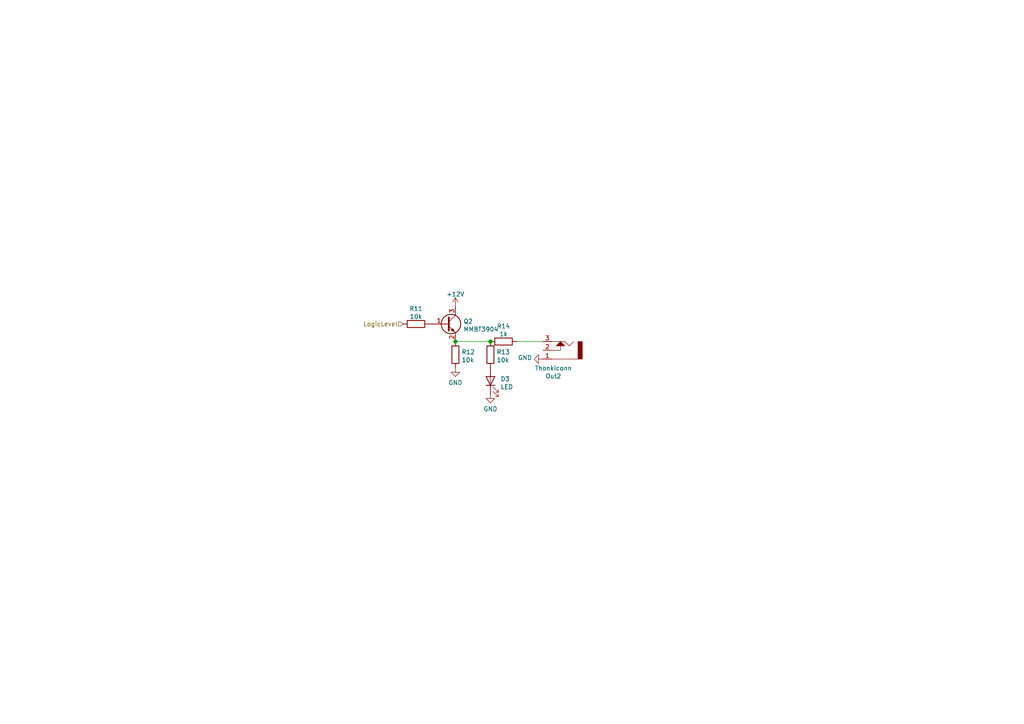
<source format=kicad_sch>
(kicad_sch (version 20210126) (generator eeschema)
  (paper "A4")
  (lib_symbols
    (symbol "Device:LED" (pin_numbers hide) (pin_names (offset 1.016) hide)
      (property "Reference" "D" (at 0 2.54 0))
      (property "Value" "LED" (at 0 -2.54 0))
      (symbol "LED_0_1"
        (polyline (pts (xy -1.27 -1.27) (xy -1.27 1.27)) (stroke (width 0.254)))
        (polyline (pts (xy -1.27 0) (xy 1.27 0)))
        (polyline (pts (xy 1.27 -1.27) (xy 1.27 1.27) (xy -1.27 0) (xy 1.27 -1.27)) (stroke (width 0.254)))
        (polyline (pts (xy -3.048 -0.762) (xy -4.572 -2.286) (xy -3.81 -2.286) (xy -4.572 -2.286) (xy -4.572 -1.524)))
        (polyline (pts (xy -1.778 -0.762) (xy -3.302 -2.286) (xy -2.54 -2.286) (xy -3.302 -2.286) (xy -3.302 -1.524)))
      )
      (symbol "LED_1_1"
        (pin passive line (at -3.81 0 0) (length 2.54) (name "K") (number "1"))
        (pin passive line (at 3.81 0 180) (length 2.54) (name "A") (number "2"))
      )
    )
    (symbol "Device:R" (pin_numbers hide) (pin_names (offset 0))
      (property "Reference" "R" (at 2.032 0 90))
      (property "Value" "R" (at 0 0 90))
      (symbol "R_0_1"
        (rectangle (start -1.016 -2.54) (end 1.016 2.54) (stroke (width 0.254)))
      )
      (symbol "R_1_1"
        (pin passive line (at 0 3.81 270) (length 1.27) (name "~") (number "1"))
        (pin passive line (at 0 -3.81 90) (length 1.27) (name "~") (number "2"))
      )
    )
    (symbol "Transistor_BJT:MMBT3904" (pin_names (offset 0) hide)
      (property "Reference" "Q" (at 5.08 1.905 0))
      (property "Value" "MMBT3904" (at 5.08 0 0))
      (symbol "MMBT3904_0_1"
        (circle (center 1.27 0) (radius 2.8194) (stroke (width 0.254)))
        (polyline (pts (xy 0.635 0.635) (xy 2.54 2.54)))
        (polyline (pts (xy 0.635 -0.635) (xy 2.54 -2.54) (xy 2.54 -2.54)))
        (polyline (pts (xy 0.635 1.905) (xy 0.635 -1.905) (xy 0.635 -1.905)) (stroke (width 0.508)))
        (polyline (pts (xy 1.27 -1.778) (xy 1.778 -1.27) (xy 2.286 -2.286) (xy 1.27 -1.778) (xy 1.27 -1.778)) (fill (type outline)))
      )
      (symbol "MMBT3904_1_1"
        (pin input line (at -5.08 0 0) (length 5.715) (name "B") (number "1"))
        (pin passive line (at 2.54 -5.08 90) (length 2.54) (name "E") (number "2"))
        (pin passive line (at 2.54 5.08 270) (length 2.54) (name "C") (number "3"))
      )
    )
    (symbol "nathans_symbols:Thonkiconn"
      (property "Reference" "U" (at -2.54 7.62 0))
      (property "Value" "Thonkiconn" (at -2.54 5.08 0))
      (symbol "Thonkiconn_0_1"
        (rectangle (start -11.43 2.54) (end -10.16 -2.54) (stroke (width 0.1524)) (fill (type outline)))
        (polyline (pts (xy -2.54 2.54) (xy -10.16 2.54)) (stroke (width 0.1524)))
        (polyline (pts (xy -2.54 0) (xy -5.08 0) (xy -5.08 -2.54)) (stroke (width 0.1524)))
        (polyline (pts (xy -2.54 -2.54) (xy -6.35 -2.54) (xy -7.62 -1.27) (xy -8.89 -2.54)) (stroke (width 0.1524)))
        (polyline (pts (xy -5.08 -2.54) (xy -6.35 -1.27) (xy -3.81 -1.27) (xy -5.08 -2.54)) (stroke (width 0.1524)) (fill (type outline)))
      )
      (symbol "Thonkiconn_1_1"
        (pin passive line (at 0 2.54 180) (length 2.54) (name "") (number "1"))
        (pin passive line (at 0 0 180) (length 2.54) (name "") (number "2"))
        (pin passive line (at 0 -2.54 180) (length 2.54) (name "") (number "3"))
      )
    )
    (symbol "power:+12V" (power) (pin_names (offset 0))
      (property "Value" "+12V" (at 0 3.556 0))
      (symbol "+12V_0_1"
        (polyline (pts (xy -0.762 1.27) (xy 0 2.54)))
        (polyline (pts (xy 0 0) (xy 0 2.54)))
        (polyline (pts (xy 0 2.54) (xy 0.762 1.27)))
      )
      (symbol "+12V_1_1"
        (pin power_in line (at 0 0 90) (length 0) hide (name "+12V") (number "1"))
      )
    )
    (symbol "power:GND" (power) (pin_names (offset 0))
      (property "Value" "GND" (at 0 -3.81 0))
      (symbol "GND_0_1"
        (polyline (pts (xy 0 0) (xy 0 -1.27) (xy 1.27 -1.27) (xy 0 -2.54) (xy -1.27 -1.27) (xy 0 -1.27)))
      )
      (symbol "GND_1_1"
        (pin power_in line (at 0 0 270) (length 0) hide (name "GND") (number "1"))
      )
    )
  )
  (junction (at 132.08 99.06) (diameter 1.016))
  (junction (at 142.24 99.06) (diameter 1.016))
  (wire (pts (xy 142.24 99.06) (xy 132.08 99.06)))
  (wire (pts (xy 149.86 99.06) (xy 157.48 99.06)))
  (hierarchical_label "LogicLevel" (shape input) (at 116.84 93.98 180))
  (symbol (lib_id "power:+12V") (at 132.08 88.9 0)
    (property "Reference" "#PWR0118" (effects hide))
    (property "Value" "+12V" (at 132.08 85.3526 0))
  )
  (symbol (lib_id "power:GND") (at 132.08 106.68 0)
    (property "Reference" "#PWR0119" (effects hide))
    (property "Value" "GND" (at 132.08 111.0044 0))
  )
  (symbol (lib_id "power:GND") (at 142.24 114.3 0)
    (property "Reference" "#PWR0120" (effects hide))
    (property "Value" "GND" (at 142.24 118.6244 0))
  )
  (symbol (lib_id "power:GND") (at 157.48 104.14 270)
    (property "Reference" "#PWR0121" (effects hide))
    (property "Value" "GND" (at 154.3049 103.7515 90) (effects (justify right)))
  )
  (symbol (lib_id "Device:R") (at 120.65 93.98 90)
    (property "Reference" "R11" (at 120.65 89.5308 90))
    (property "Value" "10k" (at 120.65 91.8295 90))
    (property "Footprint" "Resistor_SMD:R_0805_2012MetricValue" (effects hide))
    (property "LCSC" "C17414" (effects hide))
  )
  (symbol (lib_id "Device:R") (at 132.08 102.87 180)
    (property "Reference" "R12" (at 133.8581 102.1091 0) (effects (justify right)))
    (property "Value" "10k" (at 133.8581 104.4078 0) (effects (justify right)))
    (property "Footprint" "Resistor_SMD:R_0805_2012MetricValue" (effects hide))
    (property "LCSC" "C17414" (effects hide))
  )
  (symbol (lib_id "Device:R") (at 142.24 102.87 180)
    (property "Reference" "R13" (at 144.0181 102.1091 0) (effects (justify right)))
    (property "Value" "10k" (at 144.0181 104.4078 0) (effects (justify right)))
    (property "Footprint" "Resistor_SMD:R_0805_2012MetricValue" (effects hide))
    (property "LCSC" "C17414" (effects hide))
  )
  (symbol (lib_id "Device:R") (at 146.05 99.06 270)
    (property "Reference" "R14" (at 146.05 94.6108 90))
    (property "Value" "1k" (at 146.05 96.9095 90))
    (property "Footprint" "Resistor_SMD:R_0805_2012MetricValue" (effects hide))
    (property "LCSC" "C247009" (effects hide))
  )
  (symbol (lib_id "Device:LED") (at 142.24 110.49 90)
    (property "Reference" "D3" (at 145.1611 109.9196 90) (effects (justify right)))
    (property "Value" "LED" (at 145.1611 112.2183 90) (effects (justify right)))
    (property "Footprint" "LED_THT:LED_D3.0mm" (effects hide))
  )
  (symbol (lib_id "nathans_symbols:Thonkiconn") (at 157.48 101.6 180)
    (property "Reference" "Out2" (at 160.5026 109.0972 0))
    (property "Value" "Thonkiconn" (at 160.5026 106.7985 0))
    (property "Footprint" "kicad_libraries:Thonkiconn" (effects hide))
  )
  (symbol (lib_id "Transistor_BJT:MMBT3904") (at 129.54 93.98 0)
    (property "Reference" "Q2" (at 134.3915 93.2191 0) (effects (justify left)))
    (property "Value" "MMBT3904" (at 134.3915 95.5178 0) (effects (justify left)))
    (property "Footprint" "Package_TO_SOT_SMD:SOT-23Val" (effects hide))
    (property "Datasheet" "https://www.onsemi.com/pub/Collateral/2N3903-D.PDF" (effects hide))
    (property "LCSC" "MMBT3904" (effects hide))
  )
)
</source>
